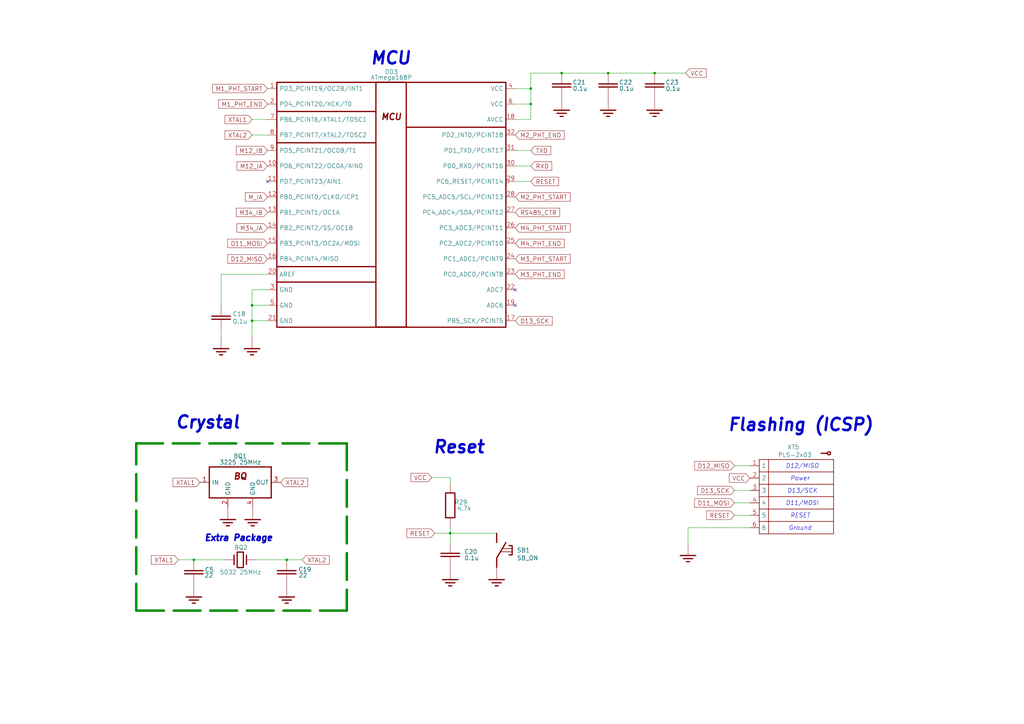
<source format=kicad_sch>
(kicad_sch (version 20211123) (generator eeschema)
  (paper "A3")
  (lib_symbols
    (symbol "C_CAP_13" (pin_names (offset 0))
      (property "Reference" "C" (at 0 6.35 0))
      (property "Value" "C_CAP_13" (at 0 -6.35 0))
      (symbol "C_CAP_13_0_1"
        (polyline (pts (xy -5.08 0) (xy -0.635 0)))
        (polyline (pts (xy -0.635 3.81) (xy -0.635 -3.81)) (stroke (width 0.508)))
        (polyline (pts (xy 0.635 0) (xy 5.08 0)))
        (polyline (pts (xy 0.635 3.81) (xy 0.635 -3.81)) (stroke (width 0.508)))
      )
      (symbol "C_CAP_13_1_1"
        (pin passive line (at -5.08 0 0) (length 2.54) hide (name "~") (number "1"))
        (pin passive line (at 5.08 0 180) (length 2.54) hide (name "~") (number "2"))
      )
    )
    (symbol "C_CAP_14" (pin_names (offset 0))
      (property "Reference" "C" (at 0 6.35 0))
      (property "Value" "C_CAP_14" (at 0 -6.35 0))
      (symbol "C_CAP_14_0_1"
        (polyline (pts (xy -5.08 0) (xy -0.635 0)))
        (polyline (pts (xy -0.635 3.81) (xy -0.635 -3.81)) (stroke (width 0.508)))
        (polyline (pts (xy 0.635 0) (xy 5.08 0)))
        (polyline (pts (xy 0.635 3.81) (xy 0.635 -3.81)) (stroke (width 0.508)))
      )
      (symbol "C_CAP_14_1_1"
        (pin passive line (at -5.08 0 0) (length 2.54) hide (name "~") (number "1"))
        (pin passive line (at 5.08 0 180) (length 2.54) hide (name "~") (number "2"))
      )
    )
    (symbol "C_CAP_35" (pin_names (offset 0))
      (property "Reference" "C" (at 0 6.35 0))
      (property "Value" "C_CAP_35" (at 0 -6.35 0))
      (symbol "C_CAP_35_0_1"
        (polyline (pts (xy -5.08 0) (xy -0.635 0)))
        (polyline (pts (xy -0.635 3.81) (xy -0.635 -3.81)) (stroke (width 0.508)))
        (polyline (pts (xy 0.635 0) (xy 5.08 0)))
        (polyline (pts (xy 0.635 3.81) (xy 0.635 -3.81)) (stroke (width 0.508)))
      )
      (symbol "C_CAP_35_1_1"
        (pin passive line (at -5.08 0 0) (length 2.54) hide (name "~") (number "1"))
        (pin passive line (at 5.08 0 180) (length 2.54) hide (name "~") (number "2"))
      )
    )
    (symbol "C_CAP_36" (pin_names (offset 0))
      (property "Reference" "C" (at 0 6.35 0))
      (property "Value" "C_CAP_36" (at 0 -6.35 0))
      (symbol "C_CAP_36_0_1"
        (polyline (pts (xy -5.08 0) (xy -0.635 0)))
        (polyline (pts (xy -0.635 3.81) (xy -0.635 -3.81)) (stroke (width 0.508)))
        (polyline (pts (xy 0.635 0) (xy 5.08 0)))
        (polyline (pts (xy 0.635 3.81) (xy 0.635 -3.81)) (stroke (width 0.508)))
      )
      (symbol "C_CAP_36_1_1"
        (pin passive line (at -5.08 0 0) (length 2.54) hide (name "~") (number "1"))
        (pin passive line (at 5.08 0 180) (length 2.54) hide (name "~") (number "2"))
      )
    )
    (symbol "C_CAP_37" (pin_names (offset 0))
      (property "Reference" "C" (at 0 6.35 0))
      (property "Value" "C_CAP_37" (at 0 -6.35 0))
      (symbol "C_CAP_37_0_1"
        (polyline (pts (xy -5.08 0) (xy -0.635 0)))
        (polyline (pts (xy -0.635 3.81) (xy -0.635 -3.81)) (stroke (width 0.508)))
        (polyline (pts (xy 0.635 0) (xy 5.08 0)))
        (polyline (pts (xy 0.635 3.81) (xy 0.635 -3.81)) (stroke (width 0.508)))
      )
      (symbol "C_CAP_37_1_1"
        (pin passive line (at -5.08 0 0) (length 2.54) hide (name "~") (number "1"))
        (pin passive line (at 5.08 0 180) (length 2.54) hide (name "~") (number "2"))
      )
    )
    (symbol "C_CAP_42" (pin_names (offset 0))
      (property "Reference" "C" (at 0 6.35 0))
      (property "Value" "C_CAP_42" (at 0 -6.35 0))
      (symbol "C_CAP_42_0_1"
        (polyline (pts (xy -5.08 0) (xy -0.635 0)))
        (polyline (pts (xy -0.635 3.81) (xy -0.635 -3.81)) (stroke (width 0.508)))
        (polyline (pts (xy 0.635 0) (xy 5.08 0)))
        (polyline (pts (xy 0.635 3.81) (xy 0.635 -3.81)) (stroke (width 0.508)))
      )
      (symbol "C_CAP_42_1_1"
        (pin passive line (at -5.08 0 0) (length 2.54) hide (name "~") (number "1"))
        (pin passive line (at 5.08 0 180) (length 2.54) hide (name "~") (number "2"))
      )
    )
    (symbol "Capacitors:C_CAP" (pin_names (offset 0))
      (property "Reference" "C" (at 0 6.35 0))
      (property "Value" "C_CAP" (at 0 -6.35 0))
      (symbol "C_CAP_0_1"
        (polyline (pts (xy -5.08 0) (xy -0.635 0)))
        (polyline (pts (xy -0.635 3.81) (xy -0.635 -3.81)) (stroke (width 0.508)))
        (polyline (pts (xy 0.635 0) (xy 5.08 0)))
        (polyline (pts (xy 0.635 3.81) (xy 0.635 -3.81)) (stroke (width 0.508)))
      )
      (symbol "C_CAP_1_1"
        (pin passive line (at -5.08 0 0) (length 2.54) hide (name "~") (number "1"))
        (pin passive line (at 5.08 0 180) (length 2.54) hide (name "~") (number "2"))
      )
    )
    (symbol "Chips:Crystal_4PIN" (pin_names (offset 1.016))
      (property "Reference" "BQ" (at 0 14.478 0))
      (property "Value" "Crystal_4PIN" (at 0 11.938 0))
      (symbol "Crystal_4PIN_0_1"
        (polyline (pts (xy -12.7 -2.54) (xy 12.7 -2.54)) (stroke (width 0.508)))
        (polyline (pts (xy -12.7 10.16) (xy -12.7 -2.54)) (stroke (width 0.508)))
        (polyline (pts (xy 12.7 -2.54) (xy 12.7 10.16)) (stroke (width 0.508)))
        (polyline (pts (xy 12.7 10.16) (xy -12.7 10.16)) (stroke (width 0.508)))
      )
      (symbol "Crystal_4PIN_1_1"
        (text "BQ" (at 0 6.35 0) (effects (font (size 2.54 2.54) bold italic)))
        (pin input line (at -16.51 3.81 0) (length 3.81) (name "IN") (number "1"))
        (pin power_in line (at -5.08 -6.35 90) (length 3.81) (name "GND") (number "2"))
        (pin output line (at 16.51 3.81 180) (length 3.81) (name "OUT") (number "3"))
        (pin power_in line (at 5.08 -6.35 90) (length 3.81) (name "GND") (number "4"))
      )
    )
    (symbol "Connectors:XT_CONTACT_ARR6" (pin_names (offset 1.016))
      (property "Reference" "XT" (at -1.778 14.732 0))
      (property "Value" "Connectors_XT_CONTACT_ARR6" (at -1.778 12.192 0))
      (symbol "XT_CONTACT_ARR6_0_1"
        (polyline (pts (xy -13.97 -10.16) (xy -13.97 -20.32)) (stroke (width 0.254)))
        (polyline (pts (xy -10.16 -10.16) (xy -10.16 -20.32)) (stroke (width 0.254)))
        (polyline (pts (xy 16.51 -20.32) (xy 16.51 -10.16)) (stroke (width 0.254)))
        (pin passive line (at -17.78 2.54 0) (length 3.81) (name "2") (number "2"))
      )
      (symbol "XT_CONTACT_ARR6_1_1"
        (polyline (pts (xy -17.78 -17.78) (xy -13.97 -17.78)))
        (polyline (pts (xy -17.78 -12.7) (xy -13.97 -12.7)))
        (polyline (pts (xy -17.78 -7.62) (xy -13.97 -7.62)))
        (polyline (pts (xy -17.78 -2.54) (xy -13.97 -2.54)))
        (polyline (pts (xy -17.78 2.54) (xy -13.97 2.54)))
        (polyline (pts (xy -17.78 7.62) (xy -13.97 7.62)))
        (polyline (pts (xy -13.97 -20.32) (xy 16.51 -20.32)) (stroke (width 0.254)))
        (polyline (pts (xy -13.97 -15.24) (xy 16.51 -15.24)) (stroke (width 0.254)))
        (polyline (pts (xy -13.97 -10.16) (xy 16.51 -10.16)) (stroke (width 0.254)))
        (polyline (pts (xy -13.97 -5.08) (xy 16.51 -5.08)) (stroke (width 0.254)))
        (polyline (pts (xy -13.97 0) (xy 16.51 0)) (stroke (width 0.254)))
        (polyline (pts (xy -13.97 5.08) (xy 16.51 5.08)) (stroke (width 0.254)))
        (polyline (pts (xy -13.97 10.16) (xy -13.97 -10.16)) (stroke (width 0.254)))
        (polyline (pts (xy -13.97 10.16) (xy 16.51 10.16)) (stroke (width 0.254)))
        (polyline (pts (xy -10.16 10.16) (xy -10.16 -10.16)) (stroke (width 0.254)))
        (polyline (pts (xy 13.97 12.7) (xy 11.43 12.7)) (stroke (width 0.508)))
        (polyline (pts (xy 16.51 10.16) (xy 16.51 -10.16)) (stroke (width 0.254)))
        (circle (center 14.605 12.7) (radius 0.635) (stroke (width 0.508)))
        (pin passive line (at -17.78 7.62 0) (length 3.81) (name "1") (number "1"))
        (pin passive line (at -17.78 -2.54 0) (length 3.81) (name "3") (number "3"))
        (pin passive line (at -17.78 -7.62 0) (length 3.81) (name "4") (number "4"))
        (pin passive line (at -17.78 -12.7 0) (length 3.81) (name "5") (number "5"))
        (pin passive line (at -17.78 -17.78 0) (length 3.81) (name "6") (number "6"))
      )
    )
    (symbol "Microcontrollers:ATmega168P" (pin_names (offset 1.016))
      (property "Reference" "DD" (at 46.99 6.604 0))
      (property "Value" "ATmega168P" (at 47.498 4.572 0))
      (symbol "ATmega168P_0_1"
        (polyline (pts (xy 0 -79.375) (xy 40.64 -79.375)) (stroke (width 0.508)))
        (polyline (pts (xy 0 -73.025) (xy 40.64 -73.025)) (stroke (width 0.508)))
        (polyline (pts (xy 0 -27.94) (xy 0 -27.94)) (stroke (width 0.254)))
        (polyline (pts (xy 0 -22.225) (xy 40.64 -22.225)) (stroke (width 0.508)))
        (polyline (pts (xy 0 -9.398) (xy 40.64 -9.398)) (stroke (width 0.508)))
        (polyline (pts (xy 0.254 -7.747) (xy 0.254 -7.747)) (stroke (width 0.508)))
        (polyline (pts (xy 0.381 -6.477) (xy 0.381 -6.477)))
        (polyline (pts (xy 40.64 -40.767) (xy 40.64 -40.767)) (stroke (width 0.508)))
        (polyline (pts (xy 40.64 -40.767) (xy 40.64 -40.767)) (stroke (width 0.508)))
        (polyline (pts (xy 68.834 -0.127) (xy 68.834 -0.127)) (stroke (width 0.508)))
        (polyline (pts (xy 93.853 -15.875) (xy 53.213 -15.875)) (stroke (width 0.508)))
        (rectangle (start 0 2.54) (end 93.9472 -97.8883) (stroke (width 0.508)))
        (rectangle (start 40.64 2.54) (end 53.086 -97.79) (stroke (width 0.508)))
        (pin bidirectional line (at -3.81 0 0) (length 3.81) (name "PD3_PCINT19/OC2B/INT1") (number "1"))
      )
      (symbol "ATmega168P_1_1"
        (polyline (pts (xy 28.194 -0.127) (xy 28.194 -0.127)) (stroke (width 0.508)))
        (text "MCU" (at 46.99 -11.557 0) (effects (font (size 2.54 2.54) bold italic)))
        (pin bidirectional line (at -3.81 -31.75 0) (length 3.81) (name "PD6_PCINT22/OC0A/AIN0") (number "10"))
        (pin bidirectional line (at -3.81 -38.1 0) (length 3.81) (name "PD7_PCINT23/AIN1") (number "11"))
        (pin bidirectional line (at -3.81 -44.45 0) (length 3.81) (name "PB0_PCINT0/CLKO/ICP1") (number "12"))
        (pin bidirectional line (at -3.81 -50.8 0) (length 3.81) (name "PB1_PCINT1/OC1A") (number "13"))
        (pin bidirectional line (at -3.81 -57.15 0) (length 3.81) (name "PB2_PCINT2/SS/OC1B") (number "14"))
        (pin bidirectional line (at -3.81 -63.5 0) (length 3.81) (name "PB3_PCINT3/OC2A/MOSI") (number "15"))
        (pin bidirectional line (at -3.81 -69.85 0) (length 3.81) (name "PB4_PCINT4/MISO") (number "16"))
        (pin bidirectional line (at 97.79 -95.25 180) (length 3.81) (name "PB5_SCK/PCINT5") (number "17"))
        (pin power_in line (at 97.79 -12.7 180) (length 3.81) (name "AVCC") (number "18"))
        (pin input line (at 97.79 -88.9 180) (length 3.81) (name "ADC6") (number "19"))
        (pin bidirectional line (at -3.81 -6.35 0) (length 3.81) (name "PD4_PCINT20/XCK/T0") (number "2"))
        (pin passive line (at -3.81 -76.2 0) (length 3.81) (name "AREF") (number "20"))
        (pin passive line (at -3.81 -95.25 0) (length 3.81) (name "GND") (number "21"))
        (pin input line (at 97.79 -82.55 180) (length 3.81) (name "ADC7") (number "22"))
        (pin bidirectional line (at 97.79 -76.2 180) (length 3.81) (name "PC0_ADC0/PCINT8") (number "23"))
        (pin bidirectional line (at 97.79 -69.85 180) (length 3.81) (name "PC1_ADC1/PCINT9") (number "24"))
        (pin bidirectional line (at 97.79 -63.5 180) (length 3.81) (name "PC2_ADC2/PCINT10") (number "25"))
        (pin bidirectional line (at 97.79 -57.15 180) (length 3.81) (name "PC3_ADC3/PCINT11") (number "26"))
        (pin bidirectional line (at 97.79 -50.8 180) (length 3.81) (name "PC4_ADC4/SDA/PCINT12") (number "27"))
        (pin bidirectional line (at 97.79 -44.45 180) (length 3.81) (name "PC5_ADC5/SCL/PCINT13") (number "28"))
        (pin bidirectional inverted (at 97.79 -38.1 180) (length 3.81) (name "PC6_RESET/PCINT14") (number "29"))
        (pin power_in line (at -3.81 -82.55 0) (length 3.81) (name "GND") (number "3"))
        (pin bidirectional line (at 97.79 -31.75 180) (length 3.81) (name "PD0_RXD/PCINT16") (number "30"))
        (pin bidirectional line (at 97.79 -25.4 180) (length 3.81) (name "PD1_TXD/PCINT17") (number "31"))
        (pin bidirectional line (at 97.79 -19.05 180) (length 3.81) (name "PD2_INT0/PCINT18") (number "32"))
        (pin power_in line (at 97.79 0 180) (length 3.81) (name "VCC") (number "4"))
        (pin passive line (at -3.81 -88.9 0) (length 3.81) (name "GND") (number "5"))
        (pin passive line (at 97.79 -6.35 180) (length 3.81) (name "VCC") (number "6"))
        (pin bidirectional line (at -3.81 -12.7 0) (length 3.81) (name "PB6_PCINT6/XTAL1/TOSC1") (number "7"))
        (pin bidirectional line (at -3.81 -19.05 0) (length 3.81) (name "PB7_PCINT7/XTAL2/TOSC2") (number "8"))
        (pin bidirectional line (at -3.81 -25.4 0) (length 3.81) (name "PD5_PCINT21/OC0B/T1") (number "9"))
      )
    )
    (symbol "Misc:BQ_QUARTZ" (pin_names (offset 0))
      (property "Reference" "BQ" (at 0 5.08 0))
      (property "Value" "Misc_BQ_QUARTZ" (at 0 -5.08 0))
      (symbol "BQ_QUARTZ_0_1"
        (rectangle (start -1.27 3.175) (end 1.27 -3.175) (stroke (width 0.508)))
        (polyline (pts (xy -6.35 0) (xy -2.54 0)))
        (polyline (pts (xy -2.54 1.905) (xy -2.54 -1.905)) (stroke (width 0.508)))
        (polyline (pts (xy 2.54 0) (xy 6.35 0)))
        (polyline (pts (xy 2.54 1.905) (xy 2.54 -1.905)) (stroke (width 0.508)))
      )
      (symbol "BQ_QUARTZ_1_1"
        (pin passive line (at -6.35 0 0) (length 2.54) hide (name "~") (number "1"))
        (pin passive line (at 6.35 0 180) (length 2.54) hide (name "~") (number "2"))
      )
    )
    (symbol "Power:GROUND" (power) (pin_numbers hide) (pin_names (offset 0))
      (symbol "GROUND_0_1"
        (polyline (pts (xy -3.175 0) (xy 3.175 0)) (stroke (width 0.508)))
        (polyline (pts (xy -1.905 -1.27) (xy 1.905 -1.27)) (stroke (width 0.508)))
        (polyline (pts (xy -0.635 -2.54) (xy 0.635 -2.54)) (stroke (width 0.508)))
        (polyline (pts (xy 0 5.08) (xy 0 0)))
      )
      (symbol "GROUND_1_1"
        (pin power_in line (at 0 5.08 270) (length 5.08) hide (name "GND") (number "1"))
      )
    )
    (symbol "R_RES_30" (pin_names (offset 0))
      (property "Reference" "R" (at 0 3.81 0))
      (property "Value" "R_RES_30" (at 0 -3.81 0))
      (symbol "R_RES_30_0_1"
        (rectangle (start -5.08 1.905) (end 5.08 -1.905) (stroke (width 0.508)))
        (polyline (pts (xy -8.89 0) (xy -5.08 0)))
        (polyline (pts (xy 5.08 0) (xy 8.89 0)))
      )
      (symbol "R_RES_30_1_1"
        (pin passive line (at -8.89 0 0) (length 2.54) hide (name "~") (number "1"))
        (pin passive line (at 8.89 0 180) (length 2.54) hide (name "~") (number "2"))
      )
    )
    (symbol "Switches:SB_ON" (pin_names (offset 0))
      (property "Reference" "SB" (at -2.54 2.54 0))
      (property "Value" "SB_ON" (at 0 -2.54 0))
      (symbol "SB_ON_0_1"
        (polyline (pts (xy -1.27 1.524) (xy -1.27 6.35)) (stroke (width 0.254)))
        (polyline (pts (xy 0 6.35) (xy 0 2.286)) (stroke (width 0.254)))
        (polyline (pts (xy 6.35 0) (xy 2.54 0)) (stroke (width 0.508)))
        (polyline (pts (xy -7.62 0) (xy -3.81 0) (xy 2.54 3.81)) (stroke (width 0.508)))
        (polyline (pts (xy -2.54 5.08) (xy -2.54 6.35) (xy 1.27 6.35) (xy 1.27 5.08)) (stroke (width 0.508)))
      )
      (symbol "SB_ON_1_1"
        (pin passive line (at -7.62 0 0) (length 2.54) hide (name "~") (number "1"))
        (pin passive line (at 6.35 0 180) (length 2.54) hide (name "~") (number "2"))
      )
    )
  )
  (junction (at 103.378 125.222))
  (junction (at 217.678 36.322))
  (junction (at 230.378 29.972))
  (junction (at 184.658 218.694))
  (junction (at 103.378 131.572))
  (junction (at 117.602 229.616))
  (junction (at 217.678 42.672))
  (junction (at 249.428 29.972))
  (junction (at 79.502 229.616))
  (junction (at 268.478 29.972))
  (no_connect (at 109.728 74.422))
  (no_connect (at 211.328 118.872))
  (no_connect (at 211.328 125.222))
  (wire (pts (xy 109.728 112.522) (xy 90.678 112.522)))
  (wire (pts (xy 301.244 191.008) (xy 307.594 191.008)))
  (wire (pts (xy 230.378 29.972) (xy 249.428 29.972)))
  (wire (pts (xy 217.678 42.672) (xy 217.678 36.322)))
  (wire (pts (xy 79.502 229.616) (xy 92.202 229.616)))
  (wire (pts (xy 217.678 61.722) (xy 211.328 61.722)))
  (wire (pts (xy 109.728 125.222) (xy 103.378 125.222)))
  (polyline (pts (xy 142.24 181.864) (xy 142.24 250.444)) (stroke (width 1) (color 0 132 0 1)))
  (wire (pts (xy 184.658 195.834) (xy 177.038 195.834)))
  (wire (pts (xy 301.244 206.248) (xy 307.594 206.248)))
  (wire (pts (xy 103.378 49.022) (xy 109.728 49.022)))
  (wire (pts (xy 217.678 29.972) (xy 217.678 36.322)))
  (wire (pts (xy 109.728 131.572) (xy 103.378 131.572)))
  (wire (pts (xy 282.194 216.408) (xy 282.194 222.758)))
  (wire (pts (xy 203.708 218.694) (xy 184.658 218.694)))
  (wire (pts (xy 217.678 49.022) (xy 217.678 42.672)))
  (wire (pts (xy 109.728 55.372) (xy 103.378 55.372)))
  (wire (pts (xy 103.378 118.872) (xy 103.378 125.222)))
  (polyline (pts (xy 142.24 250.444) (xy 55.88 250.444)) (stroke (width 1) (color 0 132 0 1)))
  (wire (pts (xy 301.244 211.328) (xy 307.594 211.328)))
  (wire (pts (xy 268.478 29.972) (xy 281.178 29.972)))
  (wire (pts (xy 217.678 29.972) (xy 230.378 29.972)))
  (wire (pts (xy 103.378 125.222) (xy 103.378 131.572)))
  (wire (pts (xy 184.658 218.694) (xy 184.658 222.504)))
  (wire (pts (xy 103.378 131.572) (xy 103.378 137.922)))
  (wire (pts (xy 123.952 229.616) (xy 117.602 229.616)))
  (wire (pts (xy 178.308 218.694) (xy 184.658 218.694)))
  (wire (pts (xy 90.678 112.522) (xy 90.678 125.222)))
  (wire (pts (xy 184.658 216.154) (xy 184.658 218.694)))
  (wire (pts (xy 109.728 118.872) (xy 103.378 118.872)))
  (wire (pts (xy 90.678 137.922) (xy 90.678 135.382)))
  (wire (pts (xy 211.328 49.022) (xy 217.678 49.022)))
  (wire (pts (xy 217.678 68.072) (xy 211.328 68.072)))
  (wire (pts (xy 211.328 42.672) (xy 217.678 42.672)))
  (wire (pts (xy 301.244 201.168) (xy 307.594 201.168)))
  (wire (pts (xy 249.428 29.972) (xy 268.478 29.972)))
  (wire (pts (xy 184.658 198.374) (xy 184.658 195.834)))
  (wire (pts (xy 217.678 36.322) (xy 211.328 36.322)))
  (wire (pts (xy 217.678 74.422) (xy 211.328 74.422)))
  (polyline (pts (xy 55.88 181.864) (xy 142.24 181.864)) (stroke (width 1) (color 0 132 0 1)))
  (wire (pts (xy 307.594 216.408) (xy 282.194 216.408)))
  (wire (pts (xy 73.152 229.616) (xy 79.502 229.616)))
  (polyline (pts (xy 55.88 250.444) (xy 55.88 181.864)) (stroke (width 1) (color 0 132 0 1)))
  (wire (pts (xy 104.902 229.616) (xy 117.602 229.616)))
  (text "D12/MISO" (at 322.199 192.278 0) (effects (font (size 1.778 1.778) italic) (justify left bottom)))
  (text "Crystal" (at 71.628 176.276 0) (effects (font (size 5 5) (thickness 1.0008) bold italic) (justify left bottom)))
  (text "MCU" (at 151.638 26.924 0) (effects (font (size 5.0038 5.0038) (thickness 1.0008) bold italic) (justify left bottom)))
  (text "D13/SCK" (at 322.834 202.438 0) (effects (font (size 1.778 1.778) italic) (justify left bottom)))
  (text "Flashing (ICSP)" (at 298.196 177.292 0) (effects (font (size 5.0038 5.0038) (thickness 1.0008) bold italic) (justify left bottom)))
  (text "Power" (at 324.104 197.358 0) (effects (font (size 1.778 1.778) italic) (justify left bottom)))
  (text "Extra Package" (at 83.693 222.25 0) (effects (font (size 2.55 2.55) (thickness 1.0008) bold italic) (justify left bottom)))
  (text "RESET" (at 324.104 212.598 0) (effects (font (size 1.778 1.778) italic) (justify left bottom)))
  (text "Reset" (at 177.292 186.436 0) (effects (font (size 5 5) (thickness 1.0008) bold italic) (justify left bottom)))
  (text "Ground" (at 323.469 217.678 0) (effects (font (size 1.778 1.778) italic) (justify left bottom)))
  (text "D11/MOSI" (at 322.199 207.518 0) (effects (font (size 1.778 1.778) italic) (justify left bottom)))
  (global_label "XTAL2" (shape input) (at 123.952 229.616 0) (effects (font (size 1.778 1.778))) (property "Intersheet References" "${INTERSHEET_REFS}" (effects hide)))
  (global_label "XTAL1" (shape input) (at 73.152 229.616 180) (effects (font (size 1.778 1.778))) (property "Intersheet References" "${INTERSHEET_REFS}" (effects hide)))
  (global_label "XTAL1" (shape input) (at 82.042 197.866 180) (effects (font (size 1.778 1.778))) (property "Intersheet References" "${INTERSHEET_REFS}" (effects hide)))
  (global_label "M3_PHT_START" (shape input) (at 211.328 106.172 0) (effects (font (size 1.778 1.778))) (property "Intersheet References" "${INTERSHEET_REFS}" (effects hide)))
  (global_label "TXD" (shape input) (at 217.678 61.722 0) (effects (font (size 1.778 1.778))) (property "Intersheet References" "${INTERSHEET_REFS}" (effects hide)))
  (global_label "D13_SCK" (shape input) (at 211.328 131.572 0) (effects (font (size 1.778 1.778))) (property "Intersheet References" "${INTERSHEET_REFS}" (effects hide)))
  (global_label "D11_MOSI" (shape input) (at 301.244 206.248 180) (effects (font (size 1.778 1.778))) (property "Intersheet References" "${INTERSHEET_REFS}" (effects hide)))
  (global_label "RESET" (shape input) (at 217.678 74.422 0) (effects (font (size 1.778 1.778))) (property "Intersheet References" "${INTERSHEET_REFS}" (effects hide)))
  (global_label "RESET" (shape input) (at 301.244 211.328 180) (effects (font (size 1.778 1.778))) (property "Intersheet References" "${INTERSHEET_REFS}" (effects hide)))
  (global_label "M4_PHT_START" (shape input) (at 211.328 93.472 0) (effects (font (size 1.778 1.778))) (property "Intersheet References" "${INTERSHEET_REFS}" (effects hide)))
  (global_label "VCC" (shape input) (at 281.178 29.972 0) (effects (font (size 1.778 1.778))) (property "Intersheet References" "${INTERSHEET_REFS}" (effects hide)))
  (global_label "M_IA" (shape input) (at 109.728 80.772 180) (effects (font (size 1.778 1.778))) (property "Intersheet References" "${INTERSHEET_REFS}" (effects hide)))
  (global_label "M4_PHT_END" (shape input) (at 211.328 99.822 0) (effects (font (size 1.778 1.778))) (property "Intersheet References" "${INTERSHEET_REFS}" (effects hide)))
  (global_label "XTAL2" (shape input) (at 115.062 197.866 0) (effects (font (size 1.778 1.778))) (property "Intersheet References" "${INTERSHEET_REFS}" (effects hide)))
  (global_label "M34_IB" (shape input) (at 109.728 87.122 180) (effects (font (size 1.778 1.778))) (property "Intersheet References" "${INTERSHEET_REFS}" (effects hide)))
  (global_label "VCC" (shape input) (at 307.594 196.088 180) (effects (font (size 1.778 1.778))) (property "Intersheet References" "${INTERSHEET_REFS}" (effects hide)))
  (global_label "M2_PHT_END" (shape input) (at 211.328 55.372 0) (effects (font (size 1.778 1.778))) (property "Intersheet References" "${INTERSHEET_REFS}" (effects hide)))
  (global_label "D12_MISO" (shape input) (at 109.728 106.172 180) (effects (font (size 1.778 1.778))) (property "Intersheet References" "${INTERSHEET_REFS}" (effects hide)))
  (global_label "RXD" (shape input) (at 217.678 68.072 0) (effects (font (size 1.778 1.778))) (property "Intersheet References" "${INTERSHEET_REFS}" (effects hide)))
  (global_label "D13_SCK" (shape input) (at 301.244 201.168 180) (effects (font (size 1.778 1.778))) (property "Intersheet References" "${INTERSHEET_REFS}" (effects hide)))
  (global_label "M1_PHT_START" (shape input) (at 109.728 36.322 180) (effects (font (size 1.778 1.778))) (property "Intersheet References" "${INTERSHEET_REFS}" (effects hide)))
  (global_label "M3_PHT_END" (shape input) (at 211.328 112.522 0) (effects (font (size 1.778 1.778))) (property "Intersheet References" "${INTERSHEET_REFS}" (effects hide)))
  (global_label "VCC" (shape input) (at 177.038 195.834 180) (effects (font (size 1.778 1.778))) (property "Intersheet References" "${INTERSHEET_REFS}" (effects hide)))
  (global_label "M12_IA" (shape input) (at 109.728 68.072 180) (effects (font (size 1.778 1.778))) (property "Intersheet References" "${INTERSHEET_REFS}" (effects hide)))
  (global_label "XTAL2" (shape input) (at 103.378 55.372 180) (effects (font (size 1.778 1.778))) (property "Intersheet References" "${INTERSHEET_REFS}" (effects hide)))
  (global_label "XTAL1" (shape input) (at 103.378 49.022 180) (effects (font (size 1.778 1.778))) (property "Intersheet References" "${INTERSHEET_REFS}" (effects hide)))
  (global_label "RS485_CTR" (shape input) (at 211.328 87.122 0) (effects (font (size 1.778 1.778))) (property "Intersheet References" "${INTERSHEET_REFS}" (effects hide)))
  (global_label "D12_MISO" (shape input) (at 301.244 191.008 180) (effects (font (size 1.778 1.778))) (property "Intersheet References" "${INTERSHEET_REFS}" (effects hide)))
  (global_label "M34_IA" (shape input) (at 109.728 93.472 180) (effects (font (size 1.778 1.778))) (property "Intersheet References" "${INTERSHEET_REFS}" (effects hide)))
  (global_label "M1_PHT_END" (shape input) (at 109.728 42.672 180) (effects (font (size 1.778 1.778))) (property "Intersheet References" "${INTERSHEET_REFS}" (effects hide)))
  (global_label "D11_MOSI" (shape input) (at 109.728 99.822 180) (effects (font (size 1.778 1.778))) (property "Intersheet References" "${INTERSHEET_REFS}" (effects hide)))
  (global_label "M2_PHT_START" (shape input) (at 211.328 80.772 0) (effects (font (size 1.778 1.778))) (property "Intersheet References" "${INTERSHEET_REFS}" (effects hide)))
  (global_label "RESET" (shape input) (at 178.308 218.694 180) (effects (font (size 1.778 1.778))) (property "Intersheet References" "${INTERSHEET_REFS}" (effects hide)))
  (global_label "M12_IB" (shape input) (at 109.728 61.722 180) (effects (font (size 1.778 1.778))) (property "Intersheet References" "${INTERSHEET_REFS}" (effects hide)))
  (symbol (lib_id "Connectors:XT_CONTACT_ARR6") (at 325.374 198.628 0) (unit 1)
    (property "Reference" "XT5" (at 322.834 183.388 0) (effects (font (size 1.778 1.778)) (justify left)))
    (property "Value" "PLS-2x03" (at 319.024 186.563 0) (effects (font (size 1.778 1.778)) (justify left)))
    (property "Footprint" "Connector_PinHeader_2.54mm:PinHeader_2x03_P2.54mm_Vertical" (effects hide))
  )
  (symbol (lib_name "C_CAP_42") (lib_id "Capacitors:C_CAP") (at 117.602 234.696 270) (unit 1)
    (property "Reference" "C19" (at 122.301 233.553 90) (effects (font (size 1.778 1.778)) (justify left)))
    (property "Value" "22" (at 122.428 235.966 90) (effects (font (size 1.778 1.778)) (justify left)))
    (property "Footprint" "Capacitor_SMD:C_0603_1608Metric" (effects hide))
  )
  (symbol (lib_id "Power:GROUND") (at 117.602 244.856 0) (unit 1)
    (property "Reference" "#PWR0109" (effects hide))
    (property "Value" "GROUND" (effects hide))
  )
  (symbol (lib_id "Power:GROUND") (at 203.708 237.744 0) (unit 1)
    (property "Reference" "#PWR0120" (effects hide))
    (property "Value" "GROUND" (effects hide))
  )
  (symbol (lib_id "Power:GROUND") (at 230.378 45.212 0) (unit 1)
    (property "Reference" "#PWR0116" (effects hide))
    (property "Value" "GROUND" (effects hide))
  )
  (symbol (lib_id "Power:GROUND") (at 93.472 213.106 0) (unit 1)
    (property "Reference" "#PWR0117" (effects hide))
    (property "Value" "GROUND" (effects hide))
  )
  (symbol (lib_name "C_CAP_35") (lib_id "Capacitors:C_CAP") (at 268.478 35.052 270) (mirror x) (unit 1)
    (property "Reference" "C23" (at 272.923 33.782 90) (effects (font (size 1.778 1.778)) (justify left)))
    (property "Value" "0.1u" (at 272.923 36.322 90) (effects (font (size 1.778 1.778)) (justify left)))
    (property "Footprint" "Capacitor_SMD:C_0603_1608Metric" (effects hide))
  )
  (symbol (lib_name "R_RES_30") (lib_id "Resistors:R_RES") (at 184.658 207.264 270) (unit 1)
    (property "Reference" "R29" (at 189.103 205.994 90) (effects (font (size 1.778 1.778))))
    (property "Value" "4.7k" (at 190.373 208.534 90) (effects (font (size 1.778 1.778))))
    (property "Footprint" "Resistor_SMD:R_0603_1608Metric" (effects hide))
  )
  (symbol (lib_id "Power:GROUND") (at 90.678 143.002 0) (unit 1)
    (property "Reference" "#PWR0108" (effects hide))
    (property "Value" "GROUND" (effects hide))
  )
  (symbol (lib_id "Power:GROUND") (at 184.658 237.744 0) (unit 1)
    (property "Reference" "#PWR0119" (effects hide))
    (property "Value" "GROUND" (effects hide))
  )
  (symbol (lib_id "Chips:Crystal_4PIN") (at 98.552 201.676 0) (unit 1)
    (property "Reference" "BQ1" (at 98.552 187.071 0) (effects (font (size 1.778 1.778))))
    (property "Value" "3225 25MHz" (at 98.552 189.611 0) (effects (font (size 1.778 1.778))))
    (property "Footprint" "Crystal:Crystal_SMD_3225-4Pin_3.2x2.5mm" (effects hide))
  )
  (symbol (lib_id "Misc:BQ_QUARTZ") (at 98.552 229.616 0) (unit 1)
    (property "Reference" "BQ2" (at 96.012 224.536 0) (effects (font (size 1.778 1.778)) (justify left)))
    (property "Value" "5032 25MHz" (at 90.043 234.696 0) (effects (font (size 1.778 1.778)) (justify left)))
    (property "Footprint" "Crystal:Crystal_SMD_5032-2Pin_5.0x3.2mm" (effects hide))
  )
  (symbol (lib_id "Power:GROUND") (at 103.378 143.002 0) (unit 1)
    (property "Reference" "#PWR0105" (effects hide))
    (property "Value" "GROUND" (effects hide))
  )
  (symbol (lib_id "Power:GROUND") (at 268.478 45.212 0) (unit 1)
    (property "Reference" "#PWR0115" (effects hide))
    (property "Value" "GROUND" (effects hide))
  )
  (symbol (lib_name "C_CAP_14") (lib_id "Capacitors:C_CAP") (at 79.502 234.696 270) (unit 1)
    (property "Reference" "C5" (at 83.947 233.68 90) (effects (font (size 1.778 1.778)) (justify left)))
    (property "Value" "22" (at 83.82 235.966 90) (effects (font (size 1.778 1.778)) (justify left)))
    (property "Footprint" "Capacitor_SMD:C_0603_1608Metric" (effects hide))
  )
  (symbol (lib_name "C_CAP_36") (lib_id "Capacitors:C_CAP") (at 249.428 35.052 270) (unit 1)
    (property "Reference" "C22" (at 253.873 33.782 90) (effects (font (size 1.778 1.778)) (justify left)))
    (property "Value" "0.1u" (at 253.873 36.322 90) (effects (font (size 1.778 1.778)) (justify left)))
    (property "Footprint" "Capacitor_SMD:C_0603_1608Metric" (effects hide))
  )
  (symbol (lib_name "C_CAP_13") (lib_id "Capacitors:C_CAP") (at 90.678 130.302 270) (unit 1)
    (property "Reference" "C18" (at 95.377 128.7526 90) (effects (font (size 1.778 1.778)) (justify left)))
    (property "Value" "0.1u" (at 95.377 131.826 90) (effects (font (size 1.778 1.778)) (justify left)))
    (property "Footprint" "Capacitor_SMD:C_0603_1608Metric" (effects hide))
  )
  (symbol (lib_id "Microcontrollers:ATmega168P") (at 113.538 36.322 0) (unit 1)
    (property "Reference" "DD3" (at 160.528 29.464 0) (effects (font (size 1.778 1.778))))
    (property "Value" "ATmega168P" (at 160.5116 31.75 0) (effects (font (size 1.778 1.778))))
    (property "Footprint" "Package_QFP:TQFP-32_7x7mm_P0.8mm" (effects hide))
    (property "Datasheet" "https://www.st.com/resource/en/datasheet/stm32f103cb.pdf" (effects hide))
  )
  (symbol (lib_id "Power:GROUND") (at 282.194 227.838 0) (unit 1)
    (property "Reference" "#PWR0121" (effects hide))
    (property "Value" "GROUND" (effects hide))
  )
  (symbol (lib_id "Power:GROUND") (at 103.632 213.106 0) (unit 1)
    (property "Reference" "#PWR0118" (effects hide))
    (property "Value" "GROUND" (effects hide))
  )
  (symbol (lib_id "Switches:SB_ON") (at 203.708 225.044 270) (mirror x) (unit 1)
    (property "Reference" "SB1" (at 211.963 225.679 90) (effects (font (size 1.778 1.778)) (justify left)))
    (property "Value" "SB_ON" (at 211.963 228.854 90) (effects (font (size 1.778 1.778)) (justify left)))
    (property "Footprint" "Button_Switch_SMD:SW_SPST_B3U-1000P" (effects hide))
  )
  (symbol (lib_id "Power:GROUND") (at 249.428 45.212 0) (unit 1)
    (property "Reference" "#PWR0113" (effects hide))
    (property "Value" "GROUND" (effects hide))
  )
  (symbol (lib_id "Power:GROUND") (at 79.502 244.856 0) (unit 1)
    (property "Reference" "#PWR0112" (effects hide))
    (property "Value" "GROUND" (effects hide))
  )
  (symbol (lib_name "C_CAP_37") (lib_id "Capacitors:C_CAP") (at 230.378 35.052 270) (unit 1)
    (property "Reference" "C21" (at 234.823 33.782 90) (effects (font (size 1.778 1.778)) (justify left)))
    (property "Value" "0.1u" (at 234.823 36.322 90) (effects (font (size 1.778 1.778)) (justify left)))
    (property "Footprint" "Capacitor_SMD:C_0603_1608Metric" (effects hide))
  )
  (symbol (lib_id "Capacitors:C_CAP") (at 184.658 227.584 270) (unit 1)
    (property "Reference" "C20" (at 190.373 226.314 90) (effects (font (size 1.778 1.778)) (justify left)))
    (property "Value" "0.1u" (at 190.373 228.854 90) (effects (font (size 1.778 1.778)) (justify left)))
    (property "Footprint" "Capacitor_SMD:C_0603_1608Metric" (effects hide))
  )
)
</source>
